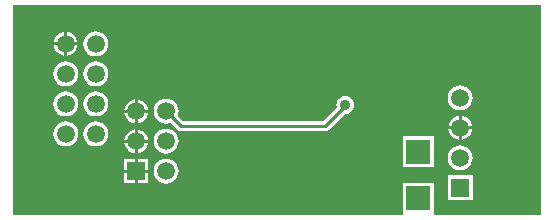
<source format=gbl>
G04 Layer_Physical_Order=2*
G04 Layer_Color=16711680*
%FSLAX44Y44*%
%MOMM*%
G71*
G01*
G75*
%ADD18C,0.2540*%
%ADD19R,1.5000X1.5000*%
%ADD20C,1.5000*%
%ADD21R,2.0000X2.0000*%
%ADD22C,0.9000*%
G36*
X1778000Y254000D02*
X1687584D01*
X1686860Y254970D01*
X1686860Y255270D01*
Y280970D01*
X1660860D01*
Y255270D01*
X1660860Y254970D01*
X1660136Y254000D01*
X1330960D01*
Y431800D01*
X1778000D01*
Y254000D01*
D02*
G37*
%LPC*%
G36*
X1445059Y314960D02*
X1436370D01*
Y306271D01*
X1437721Y306448D01*
X1440163Y307460D01*
X1442261Y309069D01*
X1443870Y311167D01*
X1444882Y313609D01*
X1445059Y314960D01*
D02*
G37*
G36*
X1375410Y333171D02*
X1372669Y332810D01*
X1370115Y331752D01*
X1367921Y330069D01*
X1366238Y327875D01*
X1365180Y325321D01*
X1364819Y322580D01*
X1365180Y319839D01*
X1366238Y317285D01*
X1367921Y315091D01*
X1370115Y313408D01*
X1372669Y312350D01*
X1375410Y311989D01*
X1378151Y312350D01*
X1380705Y313408D01*
X1382899Y315091D01*
X1384582Y317285D01*
X1385640Y319839D01*
X1386001Y322580D01*
X1385640Y325321D01*
X1384582Y327875D01*
X1382899Y330069D01*
X1380705Y331752D01*
X1378151Y332810D01*
X1375410Y333171D01*
D02*
G37*
G36*
X1460500Y326821D02*
X1457759Y326460D01*
X1455205Y325402D01*
X1453011Y323719D01*
X1451328Y321525D01*
X1450270Y318971D01*
X1449909Y316230D01*
X1450270Y313489D01*
X1451328Y310935D01*
X1453011Y308741D01*
X1455205Y307058D01*
X1457759Y306000D01*
X1460500Y305639D01*
X1463241Y306000D01*
X1465795Y307058D01*
X1467989Y308741D01*
X1469672Y310935D01*
X1470730Y313489D01*
X1471091Y316230D01*
X1470730Y318971D01*
X1469672Y321525D01*
X1467989Y323719D01*
X1465795Y325402D01*
X1463241Y326460D01*
X1460500Y326821D01*
D02*
G37*
G36*
X1433830Y314960D02*
X1425141D01*
X1425318Y313609D01*
X1426330Y311167D01*
X1427939Y309069D01*
X1430037Y307460D01*
X1432479Y306448D01*
X1433830Y306271D01*
Y314960D01*
D02*
G37*
G36*
X1436370Y326189D02*
Y317500D01*
X1445059D01*
X1444882Y318851D01*
X1443870Y321293D01*
X1442261Y323391D01*
X1440163Y325000D01*
X1437721Y326012D01*
X1436370Y326189D01*
D02*
G37*
G36*
X1708150Y326390D02*
X1699461D01*
X1699638Y325039D01*
X1700650Y322597D01*
X1702259Y320499D01*
X1704357Y318890D01*
X1706799Y317878D01*
X1708150Y317701D01*
Y326390D01*
D02*
G37*
G36*
X1400810Y333171D02*
X1398069Y332810D01*
X1395515Y331752D01*
X1393321Y330069D01*
X1391638Y327875D01*
X1390580Y325321D01*
X1390219Y322580D01*
X1390580Y319839D01*
X1391638Y317285D01*
X1393321Y315091D01*
X1395515Y313408D01*
X1398069Y312350D01*
X1400810Y311989D01*
X1403551Y312350D01*
X1406105Y313408D01*
X1408299Y315091D01*
X1409982Y317285D01*
X1411040Y319839D01*
X1411401Y322580D01*
X1411040Y325321D01*
X1409982Y327875D01*
X1408299Y330069D01*
X1406105Y331752D01*
X1403551Y332810D01*
X1400810Y333171D01*
D02*
G37*
G36*
X1433830Y326189D02*
X1432479Y326012D01*
X1430037Y325000D01*
X1427939Y323391D01*
X1426330Y321293D01*
X1425318Y318851D01*
X1425141Y317500D01*
X1433830D01*
Y326189D01*
D02*
G37*
G36*
Y289560D02*
X1425060D01*
Y280790D01*
X1433830D01*
Y289560D01*
D02*
G37*
G36*
X1445140D02*
X1436370D01*
Y280790D01*
X1445140D01*
Y289560D01*
D02*
G37*
G36*
X1719920Y287360D02*
X1698920D01*
Y266360D01*
X1719920D01*
Y287360D01*
D02*
G37*
G36*
X1460500Y301421D02*
X1457759Y301060D01*
X1455205Y300002D01*
X1453011Y298319D01*
X1451328Y296125D01*
X1450270Y293571D01*
X1449909Y290830D01*
X1450270Y288089D01*
X1451328Y285535D01*
X1453011Y283341D01*
X1455205Y281658D01*
X1457759Y280600D01*
X1460500Y280239D01*
X1463241Y280600D01*
X1465795Y281658D01*
X1467989Y283341D01*
X1469672Y285535D01*
X1470730Y288089D01*
X1471091Y290830D01*
X1470730Y293571D01*
X1469672Y296125D01*
X1467989Y298319D01*
X1465795Y300002D01*
X1463241Y301060D01*
X1460500Y301421D01*
D02*
G37*
G36*
X1445140Y300870D02*
X1436370D01*
Y292100D01*
X1445140D01*
Y300870D01*
D02*
G37*
G36*
X1686860Y320340D02*
X1660860D01*
Y294340D01*
X1686860D01*
Y320340D01*
D02*
G37*
G36*
X1709420Y312851D02*
X1706679Y312490D01*
X1704125Y311432D01*
X1701931Y309749D01*
X1700248Y307555D01*
X1699190Y305001D01*
X1698829Y302260D01*
X1699190Y299519D01*
X1700248Y296965D01*
X1701931Y294771D01*
X1704125Y293088D01*
X1706679Y292030D01*
X1709420Y291669D01*
X1712161Y292030D01*
X1714715Y293088D01*
X1716909Y294771D01*
X1718592Y296965D01*
X1719650Y299519D01*
X1720011Y302260D01*
X1719650Y305001D01*
X1718592Y307555D01*
X1716909Y309749D01*
X1714715Y311432D01*
X1712161Y312490D01*
X1709420Y312851D01*
D02*
G37*
G36*
X1433830Y300870D02*
X1425060D01*
Y292100D01*
X1433830D01*
Y300870D01*
D02*
G37*
G36*
X1719379Y326390D02*
X1710690D01*
Y317701D01*
X1712041Y317878D01*
X1714483Y318890D01*
X1716581Y320499D01*
X1718190Y322597D01*
X1719202Y325039D01*
X1719379Y326390D01*
D02*
G37*
G36*
X1400810Y383971D02*
X1398069Y383610D01*
X1395515Y382552D01*
X1393321Y380869D01*
X1391638Y378675D01*
X1390580Y376121D01*
X1390219Y373380D01*
X1390580Y370639D01*
X1391638Y368085D01*
X1393321Y365891D01*
X1395515Y364208D01*
X1398069Y363150D01*
X1400810Y362789D01*
X1403551Y363150D01*
X1406105Y364208D01*
X1408299Y365891D01*
X1409982Y368085D01*
X1411040Y370639D01*
X1411401Y373380D01*
X1411040Y376121D01*
X1409982Y378675D01*
X1408299Y380869D01*
X1406105Y382552D01*
X1403551Y383610D01*
X1400810Y383971D01*
D02*
G37*
G36*
Y409371D02*
X1398069Y409010D01*
X1395515Y407952D01*
X1393321Y406269D01*
X1391638Y404075D01*
X1390580Y401521D01*
X1390219Y398780D01*
X1390580Y396039D01*
X1391638Y393485D01*
X1393321Y391291D01*
X1395515Y389608D01*
X1398069Y388550D01*
X1400810Y388189D01*
X1403551Y388550D01*
X1406105Y389608D01*
X1408299Y391291D01*
X1409982Y393485D01*
X1411040Y396039D01*
X1411401Y398780D01*
X1411040Y401521D01*
X1409982Y404075D01*
X1408299Y406269D01*
X1406105Y407952D01*
X1403551Y409010D01*
X1400810Y409371D01*
D02*
G37*
G36*
X1436370Y351589D02*
Y342900D01*
X1445059D01*
X1444882Y344251D01*
X1443870Y346693D01*
X1442261Y348791D01*
X1440163Y350400D01*
X1437721Y351412D01*
X1436370Y351589D01*
D02*
G37*
G36*
X1375410Y383971D02*
X1372669Y383610D01*
X1370115Y382552D01*
X1367921Y380869D01*
X1366238Y378675D01*
X1365180Y376121D01*
X1364819Y373380D01*
X1365180Y370639D01*
X1366238Y368085D01*
X1367921Y365891D01*
X1370115Y364208D01*
X1372669Y363150D01*
X1375410Y362789D01*
X1378151Y363150D01*
X1380705Y364208D01*
X1382899Y365891D01*
X1384582Y368085D01*
X1385640Y370639D01*
X1386001Y373380D01*
X1385640Y376121D01*
X1384582Y378675D01*
X1382899Y380869D01*
X1380705Y382552D01*
X1378151Y383610D01*
X1375410Y383971D01*
D02*
G37*
G36*
X1374140Y408739D02*
X1372789Y408562D01*
X1370347Y407550D01*
X1368249Y405941D01*
X1366640Y403843D01*
X1365628Y401401D01*
X1365451Y400050D01*
X1374140D01*
Y408739D01*
D02*
G37*
G36*
X1376680D02*
Y400050D01*
X1385369D01*
X1385192Y401401D01*
X1384180Y403843D01*
X1382571Y405941D01*
X1380473Y407550D01*
X1378031Y408562D01*
X1376680Y408739D01*
D02*
G37*
G36*
X1374140Y397510D02*
X1365451D01*
X1365628Y396159D01*
X1366640Y393717D01*
X1368249Y391619D01*
X1370347Y390010D01*
X1372789Y388998D01*
X1374140Y388821D01*
Y397510D01*
D02*
G37*
G36*
X1385369D02*
X1376680D01*
Y388821D01*
X1378031Y388998D01*
X1380473Y390010D01*
X1382571Y391619D01*
X1384180Y393717D01*
X1385192Y396159D01*
X1385369Y397510D01*
D02*
G37*
G36*
X1433830Y351589D02*
X1432479Y351412D01*
X1430037Y350400D01*
X1427939Y348791D01*
X1426330Y346693D01*
X1425318Y344251D01*
X1425141Y342900D01*
X1433830D01*
Y351589D01*
D02*
G37*
G36*
Y340360D02*
X1425141D01*
X1425318Y339009D01*
X1426330Y336567D01*
X1427939Y334469D01*
X1430037Y332860D01*
X1432479Y331848D01*
X1433830Y331671D01*
Y340360D01*
D02*
G37*
G36*
X1445059D02*
X1436370D01*
Y331671D01*
X1437721Y331848D01*
X1440163Y332860D01*
X1442261Y334469D01*
X1443870Y336567D01*
X1444882Y339009D01*
X1445059Y340360D01*
D02*
G37*
G36*
X1708150Y337619D02*
X1706799Y337442D01*
X1704357Y336430D01*
X1702259Y334821D01*
X1700650Y332723D01*
X1699638Y330281D01*
X1699461Y328930D01*
X1708150D01*
Y337619D01*
D02*
G37*
G36*
X1710690D02*
Y328930D01*
X1719379D01*
X1719202Y330281D01*
X1718190Y332723D01*
X1716581Y334821D01*
X1714483Y336430D01*
X1712041Y337442D01*
X1710690Y337619D01*
D02*
G37*
G36*
X1400810Y358571D02*
X1398069Y358210D01*
X1395515Y357152D01*
X1393321Y355469D01*
X1391638Y353275D01*
X1390580Y350721D01*
X1390219Y347980D01*
X1390580Y345239D01*
X1391638Y342685D01*
X1393321Y340491D01*
X1395515Y338808D01*
X1398069Y337750D01*
X1400810Y337389D01*
X1403551Y337750D01*
X1406105Y338808D01*
X1408299Y340491D01*
X1409982Y342685D01*
X1411040Y345239D01*
X1411401Y347980D01*
X1411040Y350721D01*
X1409982Y353275D01*
X1408299Y355469D01*
X1406105Y357152D01*
X1403551Y358210D01*
X1400810Y358571D01*
D02*
G37*
G36*
X1709420Y363651D02*
X1706679Y363290D01*
X1704125Y362232D01*
X1701931Y360549D01*
X1700248Y358355D01*
X1699190Y355801D01*
X1698829Y353060D01*
X1699190Y350319D01*
X1700248Y347765D01*
X1701931Y345571D01*
X1704125Y343888D01*
X1706679Y342830D01*
X1709420Y342469D01*
X1712161Y342830D01*
X1714715Y343888D01*
X1716909Y345571D01*
X1718592Y347765D01*
X1719650Y350319D01*
X1720011Y353060D01*
X1719650Y355801D01*
X1718592Y358355D01*
X1716909Y360549D01*
X1714715Y362232D01*
X1712161Y363290D01*
X1709420Y363651D01*
D02*
G37*
G36*
X1612000Y354565D02*
X1610042Y354307D01*
X1608218Y353551D01*
X1606651Y352349D01*
X1605449Y350782D01*
X1604693Y348958D01*
X1604435Y347000D01*
X1604693Y345042D01*
X1604805Y344772D01*
X1593317Y333284D01*
X1475003D01*
X1470340Y337947D01*
X1470730Y338889D01*
X1471091Y341630D01*
X1470730Y344371D01*
X1469672Y346925D01*
X1467989Y349119D01*
X1465795Y350802D01*
X1463241Y351860D01*
X1460500Y352221D01*
X1457759Y351860D01*
X1455205Y350802D01*
X1453011Y349119D01*
X1451328Y346925D01*
X1450270Y344371D01*
X1449909Y341630D01*
X1450270Y338889D01*
X1451328Y336335D01*
X1453011Y334141D01*
X1455205Y332458D01*
X1457759Y331400D01*
X1460500Y331039D01*
X1463241Y331400D01*
X1464183Y331790D01*
X1470121Y325852D01*
X1471534Y324908D01*
X1473200Y324576D01*
X1595120D01*
X1596786Y324908D01*
X1598199Y325852D01*
X1611808Y339461D01*
X1612000Y339435D01*
X1613958Y339693D01*
X1615782Y340449D01*
X1617349Y341651D01*
X1618551Y343218D01*
X1619307Y345042D01*
X1619565Y347000D01*
X1619307Y348958D01*
X1618551Y350782D01*
X1617349Y352349D01*
X1615782Y353551D01*
X1613958Y354307D01*
X1612000Y354565D01*
D02*
G37*
G36*
X1375410Y358571D02*
X1372669Y358210D01*
X1370115Y357152D01*
X1367921Y355469D01*
X1366238Y353275D01*
X1365180Y350721D01*
X1364819Y347980D01*
X1365180Y345239D01*
X1366238Y342685D01*
X1367921Y340491D01*
X1370115Y338808D01*
X1372669Y337750D01*
X1375410Y337389D01*
X1378151Y337750D01*
X1380705Y338808D01*
X1382899Y340491D01*
X1384582Y342685D01*
X1385640Y345239D01*
X1386001Y347980D01*
X1385640Y350721D01*
X1384582Y353275D01*
X1382899Y355469D01*
X1380705Y357152D01*
X1378151Y358210D01*
X1375410Y358571D01*
D02*
G37*
%LPD*%
D18*
X1612000Y345810D02*
Y347000D01*
X1595120Y328930D02*
X1612000Y345810D01*
X1473200Y328930D02*
X1595120D01*
X1460500Y341630D02*
X1473200Y328930D01*
D19*
X1709420Y276860D02*
D03*
X1435100Y290830D02*
D03*
D20*
X1709420Y302260D02*
D03*
Y327660D02*
D03*
Y353060D02*
D03*
X1400810Y322580D02*
D03*
X1375410D02*
D03*
X1400810Y347980D02*
D03*
X1375410D02*
D03*
X1400810Y373380D02*
D03*
X1375410D02*
D03*
X1400810Y398780D02*
D03*
X1375410D02*
D03*
X1460500Y341630D02*
D03*
X1435100D02*
D03*
X1460500Y316230D02*
D03*
X1435100D02*
D03*
X1460500Y290830D02*
D03*
D21*
X1673860Y267970D02*
D03*
Y307340D02*
D03*
D22*
X1612000Y347000D02*
D03*
M02*

</source>
